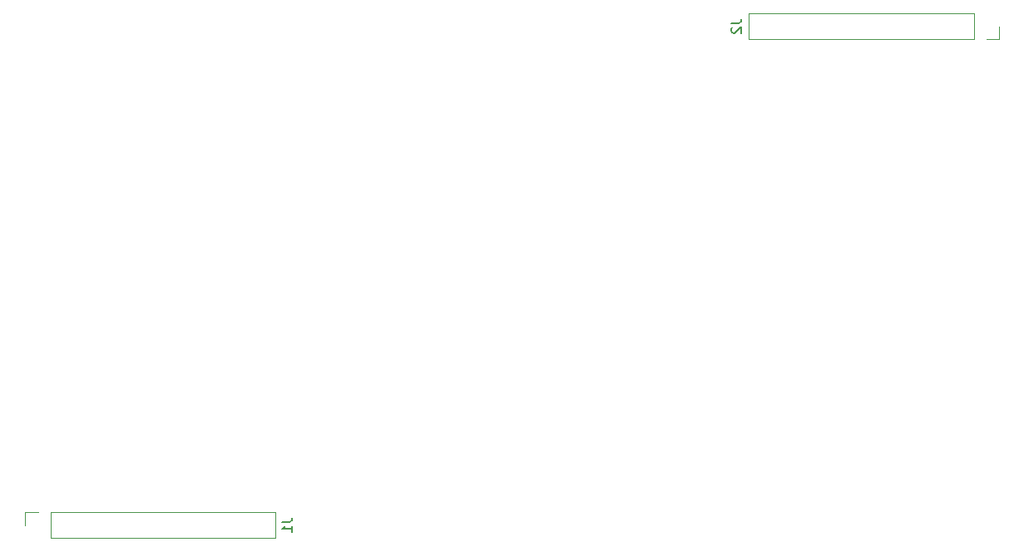
<source format=gbr>
%TF.GenerationSoftware,KiCad,Pcbnew,8.0.2*%
%TF.CreationDate,2025-01-05T21:37:03+01:00*%
%TF.ProjectId,lcd_display,6c63645f-6469-4737-906c-61792e6b6963,rev?*%
%TF.SameCoordinates,Original*%
%TF.FileFunction,Legend,Bot*%
%TF.FilePolarity,Positive*%
%FSLAX46Y46*%
G04 Gerber Fmt 4.6, Leading zero omitted, Abs format (unit mm)*
G04 Created by KiCad (PCBNEW 8.0.2) date 2025-01-05 21:37:03*
%MOMM*%
%LPD*%
G01*
G04 APERTURE LIST*
%ADD10C,0.150000*%
%ADD11C,0.120000*%
G04 APERTURE END LIST*
D10*
X50192819Y-73326666D02*
X50907104Y-73326666D01*
X50907104Y-73326666D02*
X51049961Y-73279047D01*
X51049961Y-73279047D02*
X51145200Y-73183809D01*
X51145200Y-73183809D02*
X51192819Y-73040952D01*
X51192819Y-73040952D02*
X51192819Y-72945714D01*
X51192819Y-74326666D02*
X51192819Y-73755238D01*
X51192819Y-74040952D02*
X50192819Y-74040952D01*
X50192819Y-74040952D02*
X50335676Y-73945714D01*
X50335676Y-73945714D02*
X50430914Y-73850476D01*
X50430914Y-73850476D02*
X50478533Y-73755238D01*
X95912819Y-22526666D02*
X96627104Y-22526666D01*
X96627104Y-22526666D02*
X96769961Y-22479047D01*
X96769961Y-22479047D02*
X96865200Y-22383809D01*
X96865200Y-22383809D02*
X96912819Y-22240952D01*
X96912819Y-22240952D02*
X96912819Y-22145714D01*
X96008057Y-22955238D02*
X95960438Y-23002857D01*
X95960438Y-23002857D02*
X95912819Y-23098095D01*
X95912819Y-23098095D02*
X95912819Y-23336190D01*
X95912819Y-23336190D02*
X95960438Y-23431428D01*
X95960438Y-23431428D02*
X96008057Y-23479047D01*
X96008057Y-23479047D02*
X96103295Y-23526666D01*
X96103295Y-23526666D02*
X96198533Y-23526666D01*
X96198533Y-23526666D02*
X96341390Y-23479047D01*
X96341390Y-23479047D02*
X96912819Y-22907619D01*
X96912819Y-22907619D02*
X96912819Y-23526666D01*
D11*
%TO.C,J1*%
X24008000Y-73660000D02*
X24008000Y-72330000D01*
X24008000Y-72330000D02*
X25338000Y-72330000D01*
X49528000Y-72330000D02*
X26608000Y-72330000D01*
X26608000Y-74990000D02*
X26608000Y-72330000D01*
X49528000Y-74990000D02*
X49528000Y-72330000D01*
X49528000Y-74990000D02*
X26608000Y-74990000D01*
%TO.C,J2*%
X123188000Y-22860000D02*
X123188000Y-24190000D01*
X123188000Y-24190000D02*
X121858000Y-24190000D01*
X97668000Y-24190000D02*
X120588000Y-24190000D01*
X120588000Y-21530000D02*
X120588000Y-24190000D01*
X97668000Y-21530000D02*
X97668000Y-24190000D01*
X97668000Y-21530000D02*
X120588000Y-21530000D01*
%TD*%
M02*

</source>
